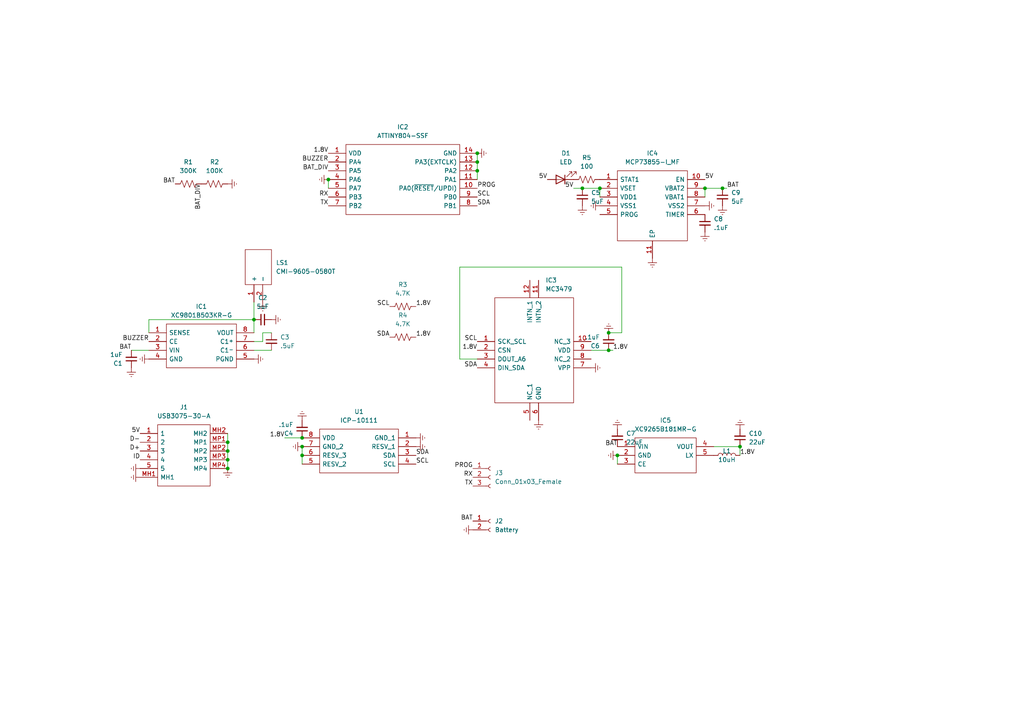
<source format=kicad_sch>
(kicad_sch (version 20211123) (generator eeschema)
  (paper "A4")
  (lib_symbols
    (symbol "Connector:Conn_01x02_Female" (pin_names (offset 1.016) hide)
      (property "Reference" "J" (at 0 2.54 0))
      (property "Value" "Conn_01x02_Female" (at 0 -5.08 0))
      (symbol "Conn_01x02_Female_1_1"
        (arc (start 0 -2.032) (mid -0.508 -2.54) (end 0 -3.048) (stroke (width 0.1524)))
        (polyline (pts (xy -1.27 -2.54) (xy -0.508 -2.54)) (stroke (width 0.1524)))
        (polyline (pts (xy -1.27 0) (xy -0.508 0)) (stroke (width 0.1524)))
        (arc (start 0 0.508) (mid -0.508 0) (end 0 -0.508) (stroke (width 0.1524)))
        (pin passive line (at -5.08 0 0) (length 3.81) (name "Pin_1") (number "1"))
        (pin passive line (at -5.08 -2.54 0) (length 3.81) (name "Pin_2") (number "2"))
      )
    )
    (symbol "Connector:Conn_01x03_Female" (pin_names (offset 1.016) hide)
      (property "Reference" "J" (at 0 5.08 0))
      (property "Value" "Conn_01x03_Female" (at 0 -5.08 0))
      (symbol "Conn_01x03_Female_1_1"
        (arc (start 0 -2.032) (mid -0.508 -2.54) (end 0 -3.048) (stroke (width 0.1524)))
        (polyline (pts (xy -1.27 -2.54) (xy -0.508 -2.54)) (stroke (width 0.1524)))
        (polyline (pts (xy -1.27 0) (xy -0.508 0)) (stroke (width 0.1524)))
        (polyline (pts (xy -1.27 2.54) (xy -0.508 2.54)) (stroke (width 0.1524)))
        (arc (start 0 0.508) (mid -0.508 0) (end 0 -0.508) (stroke (width 0.1524)))
        (arc (start 0 3.048) (mid -0.508 2.54) (end 0 2.032) (stroke (width 0.1524)))
        (pin passive line (at -5.08 2.54 0) (length 3.81) (name "Pin_1") (number "1"))
        (pin passive line (at -5.08 0 0) (length 3.81) (name "Pin_2") (number "2"))
        (pin passive line (at -5.08 -2.54 0) (length 3.81) (name "Pin_3") (number "3"))
      )
    )
    (symbol "Device:C_Small" (pin_numbers hide) (pin_names (offset 0.254) hide)
      (property "Reference" "C" (at 0.254 1.778 0))
      (property "Value" "C_Small" (at 0.254 -2.032 0))
      (symbol "C_Small_0_1"
        (polyline (pts (xy -1.524 -0.508) (xy 1.524 -0.508)) (stroke (width 0.3302)))
        (polyline (pts (xy -1.524 0.508) (xy 1.524 0.508)) (stroke (width 0.3048)))
      )
      (symbol "C_Small_1_1"
        (pin passive line (at 0 2.54 270) (length 2.032) (name "~") (number "1"))
        (pin passive line (at 0 -2.54 90) (length 2.032) (name "~") (number "2"))
      )
    )
    (symbol "Device:L" (pin_numbers hide) (pin_names (offset 1.016) hide)
      (property "Reference" "L" (at -1.27 0 90))
      (property "Value" "L" (at 1.905 0 90))
      (symbol "L_0_1"
        (arc (start 0 -2.54) (mid 0.635 -1.905) (end 0 -1.27))
        (arc (start 0 -1.27) (mid 0.635 -0.635) (end 0 0))
        (arc (start 0 0) (mid 0.635 0.635) (end 0 1.27))
        (arc (start 0 1.27) (mid 0.635 1.905) (end 0 2.54))
      )
      (symbol "L_1_1"
        (pin passive line (at 0 3.81 270) (length 1.27) (name "1") (number "1"))
        (pin passive line (at 0 -3.81 90) (length 1.27) (name "2") (number "2"))
      )
    )
    (symbol "Device:LED" (pin_numbers hide) (pin_names (offset 1.016) hide)
      (property "Reference" "D" (at 0 2.54 0))
      (property "Value" "LED" (at 0 -2.54 0))
      (symbol "LED_0_1"
        (polyline (pts (xy -1.27 -1.27) (xy -1.27 1.27)) (stroke (width 0.254)))
        (polyline (pts (xy -1.27 0) (xy 1.27 0)))
        (polyline (pts (xy 1.27 -1.27) (xy 1.27 1.27) (xy -1.27 0) (xy 1.27 -1.27)) (stroke (width 0.254)))
        (polyline (pts (xy -3.048 -0.762) (xy -4.572 -2.286) (xy -3.81 -2.286) (xy -4.572 -2.286) (xy -4.572 -1.524)))
        (polyline (pts (xy -1.778 -0.762) (xy -3.302 -2.286) (xy -2.54 -2.286) (xy -3.302 -2.286) (xy -3.302 -1.524)))
      )
      (symbol "LED_1_1"
        (pin passive line (at -3.81 0 0) (length 2.54) (name "K") (number "1"))
        (pin passive line (at 3.81 0 180) (length 2.54) (name "A") (number "2"))
      )
    )
    (symbol "Device:R_US" (pin_numbers hide) (pin_names (offset 0))
      (property "Reference" "R" (at 2.54 0 90))
      (property "Value" "R_US" (at -2.54 0 90))
      (symbol "R_US_0_1"
        (polyline (pts (xy 0 -2.286) (xy 0 -2.54)))
        (polyline (pts (xy 0 2.286) (xy 0 2.54)))
        (polyline (pts (xy 0 -0.762) (xy 1.016 -1.143) (xy 0 -1.524) (xy -1.016 -1.905) (xy 0 -2.286)))
        (polyline (pts (xy 0 0.762) (xy 1.016 0.381) (xy 0 0) (xy -1.016 -0.381) (xy 0 -0.762)))
        (polyline (pts (xy 0 2.286) (xy 1.016 1.905) (xy 0 1.524) (xy -1.016 1.143) (xy 0 0.762)))
      )
      (symbol "R_US_1_1"
        (pin passive line (at 0 3.81 270) (length 1.27) (name "~") (number "1"))
        (pin passive line (at 0 -3.81 90) (length 1.27) (name "~") (number "2"))
      )
    )
    (symbol "SamacSys_Parts:ATTINY804-SSF" (pin_names (offset 0.762))
      (property "Reference" "IC" (at 39.37 7.62 0))
      (property "Value" "ATTINY804-SSF" (at 39.37 5.08 0))
      (symbol "ATTINY804-SSF_0_0"
        (pin passive line (at 0 0 0) (length 5.08) (name "VDD") (number "1"))
        (pin passive line (at 43.18 -10.16 180) (length 5.08) (name "PA0(~{RESET}/UPDI)") (number "10"))
        (pin passive line (at 43.18 -7.62 180) (length 5.08) (name "PA1") (number "11"))
        (pin passive line (at 43.18 -5.08 180) (length 5.08) (name "PA2") (number "12"))
        (pin passive line (at 43.18 -2.54 180) (length 5.08) (name "PA3(EXTCLK)") (number "13"))
        (pin passive line (at 43.18 0 180) (length 5.08) (name "GND") (number "14"))
        (pin passive line (at 0 -2.54 0) (length 5.08) (name "PA4") (number "2"))
        (pin passive line (at 0 -5.08 0) (length 5.08) (name "PA5") (number "3"))
        (pin passive line (at 0 -7.62 0) (length 5.08) (name "PA6") (number "4"))
        (pin passive line (at 0 -10.16 0) (length 5.08) (name "PA7") (number "5"))
        (pin passive line (at 0 -12.7 0) (length 5.08) (name "PB3") (number "6"))
        (pin passive line (at 0 -15.24 0) (length 5.08) (name "PB2") (number "7"))
        (pin passive line (at 43.18 -15.24 180) (length 5.08) (name "PB1") (number "8"))
        (pin passive line (at 43.18 -12.7 180) (length 5.08) (name "PB0") (number "9"))
      )
      (symbol "ATTINY804-SSF_0_1"
        (polyline (pts (xy 5.08 2.54) (xy 38.1 2.54) (xy 38.1 -17.78) (xy 5.08 -17.78) (xy 5.08 2.54)) (stroke (width 0.1524)))
      )
    )
    (symbol "SamacSys_Parts:CMI-9605-0580T" (pin_names (offset 0.762))
      (property "Reference" "LS" (at 16.51 7.62 0))
      (property "Value" "CMI-9605-0580T" (at 16.51 5.08 0))
      (symbol "CMI-9605-0580T_0_0"
        (pin passive line (at 0 0 0) (length 5.08) (name "+") (number "1"))
        (pin passive line (at 0 -2.54 0) (length 5.08) (name "-") (number "2"))
      )
      (symbol "CMI-9605-0580T_0_1"
        (polyline (pts (xy 5.08 2.54) (xy 15.24 2.54) (xy 15.24 -5.08) (xy 5.08 -5.08) (xy 5.08 2.54)) (stroke (width 0.1524)))
      )
    )
    (symbol "SamacSys_Parts:ICP-10111" (pin_names (offset 0.762))
      (property "Reference" "U" (at 29.21 7.62 0))
      (property "Value" "ICP-10111" (at 29.21 5.08 0))
      (symbol "ICP-10111_0_0"
        (pin passive line (at 33.02 0 180) (length 5.08) (name "GND_1") (number "1"))
        (pin passive line (at 33.02 -2.54 180) (length 5.08) (name "RESV_1") (number "2"))
        (pin passive line (at 33.02 -5.08 180) (length 5.08) (name "SDA") (number "3"))
        (pin passive line (at 33.02 -7.62 180) (length 5.08) (name "SCL") (number "4"))
        (pin passive line (at 0 -7.62 0) (length 5.08) (name "RESV_2") (number "5"))
        (pin passive line (at 0 -5.08 0) (length 5.08) (name "RESV_3") (number "6"))
        (pin passive line (at 0 -2.54 0) (length 5.08) (name "GND_2") (number "7"))
        (pin passive line (at 0 0 0) (length 5.08) (name "VDD") (number "8"))
      )
      (symbol "ICP-10111_0_1"
        (polyline (pts (xy 5.08 2.54) (xy 27.94 2.54) (xy 27.94 -10.16) (xy 5.08 -10.16) (xy 5.08 2.54)) (stroke (width 0.1524)))
      )
    )
    (symbol "SamacSys_Parts:MC3479" (pin_names (offset 0.762))
      (property "Reference" "IC" (at 29.21 17.78 0))
      (property "Value" "MC3479" (at 29.21 15.24 0))
      (symbol "MC3479_0_0"
        (pin passive line (at 0 0 0) (length 5.08) (name "SCK_SCL") (number "1"))
        (pin passive line (at 33.02 0 180) (length 5.08) (name "NC_3") (number "10"))
        (pin passive line (at 17.78 17.78 270) (length 5.08) (name "INTN_2") (number "11"))
        (pin passive line (at 15.24 17.78 270) (length 5.08) (name "INTN_1") (number "12"))
        (pin passive line (at 0 -2.54 0) (length 5.08) (name "CSN") (number "2"))
        (pin passive line (at 0 -5.08 0) (length 5.08) (name "DOUT_A6") (number "3"))
        (pin passive line (at 0 -7.62 0) (length 5.08) (name "DIN_SDA") (number "4"))
        (pin passive line (at 15.24 -22.86 90) (length 5.08) (name "NC_1") (number "5"))
        (pin passive line (at 17.78 -22.86 90) (length 5.08) (name "GND") (number "6"))
        (pin passive line (at 33.02 -7.62 180) (length 5.08) (name "VPP") (number "7"))
        (pin passive line (at 33.02 -5.08 180) (length 5.08) (name "NC_2") (number "8"))
        (pin passive line (at 33.02 -2.54 180) (length 5.08) (name "VDD") (number "9"))
      )
      (symbol "MC3479_0_1"
        (polyline (pts (xy 5.08 12.7) (xy 27.94 12.7) (xy 27.94 -17.78) (xy 5.08 -17.78) (xy 5.08 12.7)) (stroke (width 0.1524)))
      )
    )
    (symbol "SamacSys_Parts:MCP73855-I_MF" (pin_names (offset 0.762))
      (property "Reference" "IC" (at 26.67 7.62 0))
      (property "Value" "MCP73855-I_MF" (at 26.67 5.08 0))
      (symbol "MCP73855-I_MF_0_0"
        (pin passive line (at 0 0 0) (length 5.08) (name "STAT1") (number "1"))
        (pin passive line (at 30.48 0 180) (length 5.08) (name "EN") (number "10"))
        (pin passive line (at 15.24 -22.86 90) (length 5.08) (name "EP") (number "11"))
        (pin passive line (at 0 -2.54 0) (length 5.08) (name "VSET") (number "2"))
        (pin passive line (at 0 -5.08 0) (length 5.08) (name "VDD1") (number "3"))
        (pin passive line (at 0 -7.62 0) (length 5.08) (name "VSS1") (number "4"))
        (pin passive line (at 0 -10.16 0) (length 5.08) (name "PROG") (number "5"))
        (pin passive line (at 30.48 -10.16 180) (length 5.08) (name "TIMER") (number "6"))
        (pin passive line (at 30.48 -7.62 180) (length 5.08) (name "VSS2") (number "7"))
        (pin passive line (at 30.48 -5.08 180) (length 5.08) (name "VBAT1") (number "8"))
        (pin passive line (at 30.48 -2.54 180) (length 5.08) (name "VBAT2") (number "9"))
      )
      (symbol "MCP73855-I_MF_0_1"
        (polyline (pts (xy 5.08 2.54) (xy 25.4 2.54) (xy 25.4 -17.78) (xy 5.08 -17.78) (xy 5.08 2.54)) (stroke (width 0.1524)))
      )
    )
    (symbol "SamacSys_Parts:USB3075-30-A" (pin_names (offset 0.762))
      (property "Reference" "J" (at 21.59 7.62 0))
      (property "Value" "USB3075-30-A" (at 21.59 5.08 0))
      (symbol "USB3075-30-A_0_0"
        (pin passive line (at 0 0 0) (length 5.08) (name "1") (number "1"))
        (pin passive line (at 0 -2.54 0) (length 5.08) (name "2") (number "2"))
        (pin passive line (at 0 -5.08 0) (length 5.08) (name "3") (number "3"))
        (pin passive line (at 0 -7.62 0) (length 5.08) (name "4") (number "4"))
        (pin passive line (at 0 -10.16 0) (length 5.08) (name "5") (number "5"))
        (pin passive line (at 0 -12.7 0) (length 5.08) (name "MH1") (number "MH1"))
        (pin passive line (at 25.4 0 180) (length 5.08) (name "MH2") (number "MH2"))
        (pin passive line (at 25.4 -2.54 180) (length 5.08) (name "MP1") (number "MP1"))
        (pin passive line (at 25.4 -5.08 180) (length 5.08) (name "MP2") (number "MP2"))
        (pin passive line (at 25.4 -7.62 180) (length 5.08) (name "MP3") (number "MP3"))
        (pin passive line (at 25.4 -10.16 180) (length 5.08) (name "MP4") (number "MP4"))
      )
      (symbol "USB3075-30-A_0_1"
        (polyline (pts (xy 5.08 2.54) (xy 20.32 2.54) (xy 20.32 -15.24) (xy 5.08 -15.24) (xy 5.08 2.54)) (stroke (width 0.1524)))
      )
    )
    (symbol "SamacSys_Parts:XC9265B181MR-G" (pin_names (offset 0.762))
      (property "Reference" "IC" (at 24.13 7.62 0))
      (property "Value" "XC9265B181MR-G" (at 24.13 5.08 0))
      (symbol "XC9265B181MR-G_0_0"
        (pin passive line (at 0 0 0) (length 5.08) (name "VIN") (number "1"))
        (pin passive line (at 0 -2.54 0) (length 5.08) (name "GND") (number "2"))
        (pin passive line (at 0 -5.08 0) (length 5.08) (name "CE") (number "3"))
        (pin passive line (at 27.94 0 180) (length 5.08) (name "VOUT") (number "4"))
        (pin passive line (at 27.94 -2.54 180) (length 5.08) (name "LX") (number "5"))
      )
      (symbol "XC9265B181MR-G_0_1"
        (polyline (pts (xy 5.08 2.54) (xy 22.86 2.54) (xy 22.86 -7.62) (xy 5.08 -7.62) (xy 5.08 2.54)) (stroke (width 0.1524)))
      )
    )
    (symbol "SamacSys_Parts:XC9801B503KR-G" (pin_names (offset 0.762))
      (property "Reference" "IC" (at 26.67 7.62 0))
      (property "Value" "XC9801B503KR-G" (at 26.67 5.08 0))
      (symbol "XC9801B503KR-G_0_0"
        (pin passive line (at 0 0 0) (length 5.08) (name "SENSE") (number "1"))
        (pin passive line (at 0 -2.54 0) (length 5.08) (name "CE") (number "2"))
        (pin passive line (at 0 -5.08 0) (length 5.08) (name "VIN") (number "3"))
        (pin passive line (at 0 -7.62 0) (length 5.08) (name "GND") (number "4"))
        (pin passive line (at 30.48 -7.62 180) (length 5.08) (name "PGND") (number "5"))
        (pin passive line (at 30.48 -5.08 180) (length 5.08) (name "C1－") (number "6"))
        (pin passive line (at 30.48 -2.54 180) (length 5.08) (name "C1＋") (number "7"))
        (pin passive line (at 30.48 0 180) (length 5.08) (name "VOUT") (number "8"))
      )
      (symbol "XC9801B503KR-G_0_1"
        (polyline (pts (xy 5.08 2.54) (xy 25.4 2.54) (xy 25.4 -10.16) (xy 5.08 -10.16) (xy 5.08 2.54)) (stroke (width 0.1524)))
      )
    )
    (symbol "power:Earth" (power) (pin_names (offset 0))
      (symbol "Earth_0_1"
        (polyline (pts (xy -0.635 -1.905) (xy 0.635 -1.905)))
        (polyline (pts (xy -0.127 -2.54) (xy 0.127 -2.54)))
        (polyline (pts (xy 0 -1.27) (xy 0 0)))
        (polyline (pts (xy 1.27 -1.27) (xy -1.27 -1.27)))
      )
      (symbol "Earth_1_1"
        (pin power_in line (at 0 0 270) (length 0) hide (name "Earth") (number "1"))
      )
    )
  )
  (junction (at 87.63 127))
  (junction (at 66.04 128.27))
  (junction (at 204.47 54.61))
  (junction (at 173.99 54.61))
  (junction (at 95.25 52.07))
  (junction (at 73.66 92.71))
  (junction (at 176.53 96.52))
  (junction (at 176.53 101.6))
  (junction (at 138.43 46.99))
  (junction (at 179.07 132.08))
  (junction (at 138.43 44.45))
  (junction (at 87.63 132.08))
  (junction (at 66.04 130.81))
  (junction (at 66.04 135.89))
  (junction (at 214.63 129.54))
  (junction (at 209.55 54.61))
  (junction (at 87.63 129.54))
  (junction (at 138.43 49.53))
  (junction (at 66.04 133.35))
  (junction (at 168.91 54.61))
  (wire (pts (xy 204.47 54.61) (xy 204.47 57.15)))
  (wire (pts (xy 38.1 101.6) (xy 43.18 101.6)))
  (wire (pts (xy 133.35 104.14) (xy 133.35 77.47)))
  (wire (pts (xy 138.43 46.99) (xy 138.43 49.53)))
  (wire (pts (xy 95.25 52.07) (xy 95.25 54.61)))
  (wire (pts (xy 133.35 77.47) (xy 180.34 77.47)))
  (wire (pts (xy 76.2 96.52) (xy 78.74 96.52)))
  (wire (pts (xy 214.63 129.54) (xy 214.63 132.08)))
  (wire (pts (xy 138.43 104.14) (xy 133.35 104.14)))
  (wire (pts (xy 207.01 129.54) (xy 214.63 129.54)))
  (wire (pts (xy 82.55 127) (xy 87.63 127)))
  (wire (pts (xy 138.43 49.53) (xy 138.43 52.07)))
  (wire (pts (xy 73.66 99.06) (xy 76.2 99.06)))
  (wire (pts (xy 179.07 132.08) (xy 179.07 134.62)))
  (wire (pts (xy 66.04 130.81) (xy 66.04 133.35)))
  (wire (pts (xy 168.91 54.61) (xy 173.99 54.61)))
  (wire (pts (xy 43.18 92.71) (xy 43.18 96.52)))
  (wire (pts (xy 73.66 92.71) (xy 73.66 96.52)))
  (wire (pts (xy 180.34 96.52) (xy 176.53 96.52)))
  (wire (pts (xy 73.66 87.63) (xy 73.66 92.71)))
  (wire (pts (xy 43.18 92.71) (xy 73.66 92.71)))
  (wire (pts (xy 73.66 101.6) (xy 78.74 101.6)))
  (wire (pts (xy 87.63 132.08) (xy 87.63 134.62)))
  (wire (pts (xy 173.99 54.61) (xy 173.99 57.15)))
  (wire (pts (xy 76.2 99.06) (xy 76.2 96.52)))
  (wire (pts (xy 66.04 125.73) (xy 66.04 128.27)))
  (wire (pts (xy 66.04 128.27) (xy 66.04 130.81)))
  (wire (pts (xy 66.04 133.35) (xy 66.04 135.89)))
  (wire (pts (xy 176.53 101.6) (xy 171.45 101.6)))
  (wire (pts (xy 209.55 54.61) (xy 204.47 54.61)))
  (wire (pts (xy 210.82 54.61) (xy 209.55 54.61)))
  (wire (pts (xy 138.43 44.45) (xy 138.43 46.99)))
  (wire (pts (xy 166.37 54.61) (xy 168.91 54.61)))
  (wire (pts (xy 177.8 101.6) (xy 176.53 101.6)))
  (wire (pts (xy 87.63 129.54) (xy 87.63 132.08)))
  (wire (pts (xy 180.34 77.47) (xy 180.34 96.52)))
  (label "TX" (at 137.16 140.97 180))
  (label "SDA" (at 138.43 59.69 0))
  (label "1.8V" (at 214.63 132.08 0))
  (label "PROG" (at 138.43 54.61 0))
  (label "SDA" (at 113.03 97.79 180))
  (label "5V" (at 40.64 125.73 180))
  (label "BAT_DIV" (at 58.42 53.34 270))
  (label "5V" (at 204.47 52.07 0))
  (label "BUZZER" (at 43.18 99.06 180))
  (label "BAT" (at 179.07 129.54 180))
  (label "1.8V" (at 120.65 88.9 0))
  (label "RX" (at 95.25 57.15 180))
  (label "SCL" (at 120.65 134.62 0))
  (label "BAT" (at 38.1 101.6 180))
  (label "D+" (at 40.64 130.81 180))
  (label "BAT" (at 137.16 151.13 180))
  (label "5V" (at 166.37 54.61 180))
  (label "SDA" (at 138.43 106.68 180))
  (label "BAT" (at 210.82 54.61 0))
  (label "TX" (at 95.25 59.69 180))
  (label "1.8V" (at 138.43 101.6 180))
  (label "BAT_DIV" (at 95.25 49.53 180))
  (label "SCL" (at 138.43 99.06 180))
  (label "SCL" (at 138.43 57.15 0))
  (label "BUZZER" (at 95.25 46.99 180))
  (label "5V" (at 158.75 52.07 180))
  (label "D-" (at 40.64 128.27 180))
  (label "1.8V" (at 95.25 44.45 180))
  (label "1.8V" (at 82.55 127 180))
  (label "RX" (at 137.16 138.43 180))
  (label "PROG" (at 137.16 135.89 180))
  (label "SCL" (at 113.03 88.9 180))
  (label "SDA" (at 120.65 132.08 0))
  (label "1.8V" (at 120.65 97.79 0))
  (label "ID" (at 40.64 133.35 180))
  (label "1.8V" (at 177.8 101.6 0))
  (label "BAT" (at 50.8 53.34 180))
  (symbol (lib_id "SamacSys_Parts:XC9801B503KR-G") (at 43.18 96.52 0) (unit 1)
    (property "Reference" "IC1" (at 58.42 88.9 0))
    (property "Value" "XC9801B503KR-G" (at 58.42 91.44 0))
    (property "Footprint" "SamacSys_Parts:SOP65P490X122-8N" (effects hide))
    (property "Datasheet" "https://componentsearchengine.com/Datasheets/1/XC9801B503KR-G.pdf" (effects hide))
    (property "Description" "Switching Voltage Regulators Step-Up Charge Pump with regulated output" (effects hide))
    (property "Height" "1.22" (effects hide))
    (property "Mouser Part Number" "865-XC9801B503KR-G" (effects hide))
    (property "Mouser Price/Stock" "https://www.mouser.com/Search/Refine.aspx?Keyword=865-XC9801B503KR-G" (effects hide))
    (property "Manufacturer_Name" "Torex" (effects hide))
    (property "Manufacturer_Part_Number" "XC9801B503KR-G" (effects hide))
  )
  (symbol (lib_id "Connector:Conn_01x02_Female") (at 142.24 151.13 0) (unit 1)
    (property "Reference" "J2" (at 143.51 151.1299 0) (effects (justify left)))
    (property "Value" "Battery" (at 143.51 153.6699 0) (effects (justify left)))
    (property "Footprint" "Connector_PinHeader_2.00mm:PinHeader_1x02_P2.00mm_Vertical" (effects hide))
  )
  (symbol (lib_id "power:Earth") (at 138.43 44.45 90) (unit 1)
    (property "Reference" "#PWR0123" (effects hide))
    (property "Value" "Earth" (effects hide))
  )
  (symbol (lib_id "power:Earth") (at 38.1 106.68 0) (unit 1)
    (property "Reference" "#PWR0112" (effects hide))
    (property "Value" "Earth" (effects hide))
  )
  (symbol (lib_id "power:Earth") (at 43.18 104.14 270) (unit 1)
    (property "Reference" "#PWR0114" (effects hide))
    (property "Value" "Earth" (effects hide))
  )
  (symbol (lib_id "Device:L") (at 210.82 132.08 90) (unit 1)
    (property "Reference" "L1" (at 210.82 130.81 90))
    (property "Value" "10uH" (at 210.82 133.35 90))
    (property "Footprint" "Inductor_SMD:L_1206_3216Metric_Pad1.22x1.90mm_HandSolder" (effects hide))
  )
  (symbol (lib_id "power:Earth") (at 66.04 135.89 0) (unit 1)
    (property "Reference" "#PWR0113" (effects hide))
    (property "Value" "Earth" (effects hide))
  )
  (symbol (lib_id "Device:C_Small") (at 38.1 104.14 180) (unit 1)
    (property "Reference" "C1" (at 35.56 105.4038 0) (effects (justify left)))
    (property "Value" "1uF" (at 35.56 102.8638 0) (effects (justify left)))
    (property "Footprint" "Capacitor_SMD:C_0805_2012Metric_Pad1.18x1.45mm_HandSolder" (effects hide))
  )
  (symbol (lib_id "SamacSys_Parts:USB3075-30-A") (at 40.64 125.73 0) (unit 1)
    (property "Reference" "J1" (at 53.34 118.11 0))
    (property "Value" "USB3075-30-A" (at 53.34 120.65 0))
    (property "Footprint" "SamacSys_Parts:USB307530A" (effects hide))
    (property "Datasheet" "https://componentsearchengine.com/Datasheets/2/USB3075-30-A.pdf" (effects hide))
    (property "Description" "GCT (GLOBAL CONNECTOR TECHNOLOGY) - USB3075-30-A - USB Connector, Micro USB Type B, USB 2.0, Receptacle, 5 Ways, Surface Mount, Right Angle" (effects hide))
    (property "Height" "2.7" (effects hide))
    (property "Mouser Part Number" "640-USB3075-30-A" (effects hide))
    (property "Mouser Price/Stock" "https://www.mouser.co.uk/ProductDetail/GCT/USB3075-30-A?qs=KUoIvG%2F9IlbGMJplbp1ybA%3D%3D" (effects hide))
    (property "Manufacturer_Name" "GCT (GLOBAL CONNECTOR TECHNOLOGY)" (effects hide))
    (property "Manufacturer_Part_Number" "USB3075-30-A" (effects hide))
  )
  (symbol (lib_id "Device:C_Small") (at 204.47 64.77 0) (unit 1)
    (property "Reference" "C8" (at 207.01 63.5062 0) (effects (justify left)))
    (property "Value" ".1uF" (at 207.01 66.0462 0) (effects (justify left)))
    (property "Footprint" "Capacitor_SMD:C_0805_2012Metric_Pad1.18x1.45mm_HandSolder" (effects hide))
  )
  (symbol (lib_id "Device:C_Small") (at 87.63 124.46 180) (unit 1)
    (property "Reference" "C4" (at 85.09 125.7238 0) (effects (justify left)))
    (property "Value" ".1uF" (at 85.09 123.1838 0) (effects (justify left)))
    (property "Footprint" "Capacitor_SMD:C_0805_2012Metric_Pad1.18x1.45mm_HandSolder" (effects hide))
  )
  (symbol (lib_id "power:Earth") (at 87.63 121.92 180) (unit 1)
    (property "Reference" "#PWR0122" (effects hide))
    (property "Value" "Earth" (effects hide))
  )
  (symbol (lib_id "SamacSys_Parts:ATTINY804-SSF") (at 95.25 44.45 0) (unit 1)
    (property "Reference" "IC2" (at 116.84 36.83 0))
    (property "Value" "ATTINY804-SSF" (at 116.84 39.37 0))
    (property "Footprint" "SamacSys_Parts:SOIC127P600X175-14N" (effects hide))
    (property "Datasheet" "http://www.microchip.com/mymicrochip/filehandler.aspx?ddocname=en605955" (effects hide))
    (property "Description" "8-bit Microcontrollers - MCU 20MHz, 8KB, SOIC14, Ind 125C, Green, Tube" (effects hide))
    (property "Height" "1.75" (effects hide))
    (property "Mouser Part Number" "556-ATTINY804-SSF" (effects hide))
    (property "Mouser Price/Stock" "https://www.mouser.co.uk/ProductDetail/Microchip-Technology-Atmel/ATTINY804-SSF?qs=T3oQrply3y8WGnOyNK%2F5Ug%3D%3D" (effects hide))
    (property "Manufacturer_Name" "Microchip" (effects hide))
    (property "Manufacturer_Part_Number" "ATTINY804-SSF" (effects hide))
  )
  (symbol (lib_id "Device:C_Small") (at 168.91 57.15 0) (unit 1)
    (property "Reference" "C5" (at 171.45 55.8862 0) (effects (justify left)))
    (property "Value" "5uF" (at 171.45 58.4262 0) (effects (justify left)))
    (property "Footprint" "Capacitor_SMD:C_0805_2012Metric_Pad1.18x1.45mm_HandSolder" (effects hide))
  )
  (symbol (lib_id "power:Earth") (at 173.99 59.69 270) (unit 1)
    (property "Reference" "#PWR0101" (effects hide))
    (property "Value" "Earth" (effects hide))
  )
  (symbol (lib_id "Device:LED") (at 162.56 52.07 180) (unit 1)
    (property "Reference" "D1" (at 164.1475 44.45 0))
    (property "Value" "LED" (at 164.1475 46.99 0))
    (property "Footprint" "LED_SMD:LED_0805_2012Metric_Pad1.15x1.40mm_HandSolder" (effects hide))
  )
  (symbol (lib_id "power:Earth") (at 209.55 59.69 0) (unit 1)
    (property "Reference" "#PWR0106" (effects hide))
    (property "Value" "Earth" (effects hide))
  )
  (symbol (lib_id "power:Earth") (at 214.63 124.46 180) (unit 1)
    (property "Reference" "#PWR0107" (effects hide))
    (property "Value" "Earth" (effects hide))
  )
  (symbol (lib_id "power:Earth") (at 76.2 87.63 0) (unit 1)
    (property "Reference" "#PWR0120" (effects hide))
    (property "Value" "Earth" (effects hide))
  )
  (symbol (lib_id "Device:R_US") (at 62.23 53.34 90) (unit 1)
    (property "Reference" "R2" (at 62.23 46.99 90))
    (property "Value" "100K" (at 62.23 49.53 90))
    (property "Footprint" "Resistor_SMD:R_0805_2012Metric_Pad1.20x1.40mm_HandSolder" (effects hide))
  )
  (symbol (lib_id "Device:C_Small") (at 76.2 92.71 90) (unit 1)
    (property "Reference" "C2" (at 76.2063 86.36 90))
    (property "Value" "5uF" (at 76.2063 88.9 90))
    (property "Footprint" "Capacitor_SMD:C_0805_2012Metric_Pad1.18x1.45mm_HandSolder" (effects hide))
  )
  (symbol (lib_id "power:Earth") (at 40.64 138.43 270) (unit 1)
    (property "Reference" "#PWR0110" (effects hide))
    (property "Value" "Earth" (effects hide))
  )
  (symbol (lib_id "power:Earth") (at 171.45 106.68 90) (unit 1)
    (property "Reference" "#PWR0126" (effects hide))
    (property "Value" "Earth" (effects hide))
  )
  (symbol (lib_id "Device:R_US") (at 170.18 52.07 90) (unit 1)
    (property "Reference" "R5" (at 170.18 45.72 90))
    (property "Value" "100" (at 170.18 48.26 90))
    (property "Footprint" "Resistor_SMD:R_0805_2012Metric_Pad1.20x1.40mm_HandSolder" (effects hide))
  )
  (symbol (lib_id "SamacSys_Parts:ICP-10111") (at 87.63 127 0) (unit 1)
    (property "Reference" "U1" (at 104.14 119.38 0))
    (property "Value" "ICP-10111" (at 104.14 121.92 0))
    (property "Footprint" "SamacSys_Parts:ICP10111" (effects hide))
    (property "Datasheet" "https://product.tdk.com/system/files/dam/doc/product/sensor/pressure/capacitive-pressure/data_sheet/ds-000186-icp-101xx.pdf" (effects hide))
    (property "Description" "Board Mount Pressure Sensors High Accuracy, Low Power, Barometric Pressure and Temperature Sensor IC" (effects hide))
    (property "Height" "1" (effects hide))
    (property "Mouser Part Number" "410-ICP-10111" (effects hide))
    (property "Mouser Price/Stock" "https://www.mouser.co.uk/ProductDetail/TDK-InvenSense/ICP-10111?qs=%252BEew9%252B0nqrBWGDChI3rokg%3D%3D" (effects hide))
    (property "Manufacturer_Name" "TDK" (effects hide))
    (property "Manufacturer_Part_Number" "ICP-10111" (effects hide))
  )
  (symbol (lib_id "power:Earth") (at 189.23 74.93 0) (unit 1)
    (property "Reference" "#PWR0105" (effects hide))
    (property "Value" "Earth" (effects hide))
  )
  (symbol (lib_id "power:Earth") (at 120.65 127 90) (unit 1)
    (property "Reference" "#PWR0119" (effects hide))
    (property "Value" "Earth" (effects hide))
  )
  (symbol (lib_id "SamacSys_Parts:XC9265B181MR-G") (at 179.07 129.54 0) (unit 1)
    (property "Reference" "IC5" (at 193.04 121.92 0))
    (property "Value" "XC9265B181MR-G" (at 193.04 124.46 0))
    (property "Footprint" "SamacSys_Parts:SOT95P280X130-5N" (effects hide))
    (property "Description" "Switching Voltage Regulators Ultra Low Power PFM DCDC Converter" (effects hide))
    (property "Height" "1.3" (effects hide))
    (property "Mouser Part Number" "865-XC9265B181MR-G" (effects hide))
    (property "Mouser Price/Stock" "https://www.mouser.co.uk/ProductDetail/Torex-Semiconductor/XC9265B181MR-G?qs=AsjdqWjXhJ9DJwiJeTgP8Q%3D%3D" (effects hide))
    (property "Manufacturer_Name" "Torex" (effects hide))
    (property "Manufacturer_Part_Number" "XC9265B181MR-G" (effects hide))
  )
  (symbol (lib_id "power:Earth") (at 95.25 52.07 270) (unit 1)
    (property "Reference" "#PWR?" (effects hide))
    (property "Value" "Earth" (effects hide))
  )
  (symbol (lib_id "power:Earth") (at 204.47 67.31 0) (unit 1)
    (property "Reference" "#PWR0104" (effects hide))
    (property "Value" "Earth" (effects hide))
  )
  (symbol (lib_id "Device:C_Small") (at 214.63 127 180) (unit 1)
    (property "Reference" "C10" (at 217.17 125.7235 0) (effects (justify right)))
    (property "Value" "22uF" (at 217.17 128.2635 0) (effects (justify right)))
    (property "Footprint" "Capacitor_SMD:C_1206_3216Metric_Pad1.33x1.80mm_HandSolder" (effects hide))
  )
  (symbol (lib_id "power:Earth") (at 176.53 96.52 180) (unit 1)
    (property "Reference" "#PWR0124" (effects hide))
    (property "Value" "Earth" (effects hide))
  )
  (symbol (lib_id "power:Earth") (at 179.07 132.08 270) (unit 1)
    (property "Reference" "#PWR0108" (effects hide))
    (property "Value" "Earth" (effects hide))
  )
  (symbol (lib_id "Device:R_US") (at 116.84 97.79 90) (unit 1)
    (property "Reference" "R4" (at 116.84 91.44 90))
    (property "Value" "4.7K" (at 116.84 93.98 90))
    (property "Footprint" "Resistor_SMD:R_0805_2012Metric_Pad1.20x1.40mm_HandSolder" (effects hide))
  )
  (symbol (lib_id "Device:C_Small") (at 176.53 99.06 180) (unit 1)
    (property "Reference" "C6" (at 173.99 100.3238 0) (effects (justify left)))
    (property "Value" ".1uF" (at 173.99 97.7838 0) (effects (justify left)))
    (property "Footprint" "Capacitor_SMD:C_0805_2012Metric_Pad1.18x1.45mm_HandSolder" (effects hide))
  )
  (symbol (lib_id "power:Earth") (at 179.07 124.46 180) (unit 1)
    (property "Reference" "#PWR0109" (effects hide))
    (property "Value" "Earth" (effects hide))
  )
  (symbol (lib_id "power:Earth") (at 120.65 129.54 90) (unit 1)
    (property "Reference" "#PWR0118" (effects hide))
    (property "Value" "Earth" (effects hide))
  )
  (symbol (lib_id "power:Earth") (at 87.63 129.54 270) (unit 1)
    (property "Reference" "#PWR0117" (effects hide))
    (property "Value" "Earth" (effects hide))
  )
  (symbol (lib_id "SamacSys_Parts:MC3479") (at 138.43 99.06 0) (unit 1)
    (property "Reference" "IC3" (at 158.2294 81.28 0) (effects (justify left)))
    (property "Value" "MC3479" (at 158.2294 83.82 0) (effects (justify left)))
    (property "Footprint" "SamacSys_Parts:MC3479" (effects hide))
    (property "Datasheet" "http://www.memsic.com/uploadfiles/2020/08/20200827164636363.pdf" (effects hide))
    (property "Description" "Accelerometers Small Digital 3-axis Accelerometer Sensor" (effects hide))
    (property "Height" "1" (effects hide))
    (property "Mouser Part Number" "498-MC3479" (effects hide))
    (property "Mouser Price/Stock" "https://www.mouser.co.uk/ProductDetail/MEMSIC/MC3479?qs=OlC7AqGiEDmYmlaMvA9fTA%3D%3D" (effects hide))
    (property "Manufacturer_Name" "MEMSIC" (effects hide))
    (property "Manufacturer_Part_Number" "MC3479" (effects hide))
  )
  (symbol (lib_id "Connector:Conn_01x03_Female") (at 142.24 138.43 0) (unit 1)
    (property "Reference" "J3" (at 143.51 137.1599 0) (effects (justify left)))
    (property "Value" "Conn_01x03_Female" (at 143.51 139.6999 0) (effects (justify left)))
    (property "Footprint" "Connector_PinHeader_2.00mm:PinHeader_1x03_P2.00mm_Vertical" (effects hide))
  )
  (symbol (lib_id "power:Earth") (at 40.64 135.89 270) (unit 1)
    (property "Reference" "#PWR0111" (effects hide))
    (property "Value" "Earth" (effects hide))
  )
  (symbol (lib_id "power:Earth") (at 137.16 153.67 270) (unit 1)
    (property "Reference" "#PWR01" (effects hide))
    (property "Value" "Earth" (effects hide))
  )
  (symbol (lib_id "Device:R_US") (at 116.84 88.9 90) (unit 1)
    (property "Reference" "R3" (at 116.84 82.55 90))
    (property "Value" "4.7K" (at 116.84 85.09 90))
    (property "Footprint" "Resistor_SMD:R_0805_2012Metric_Pad1.20x1.40mm_HandSolder" (effects hide))
  )
  (symbol (lib_id "Device:C_Small") (at 179.07 127 180) (unit 1)
    (property "Reference" "C7" (at 181.61 125.7235 0) (effects (justify right)))
    (property "Value" "22uF" (at 181.61 128.2635 0) (effects (justify right)))
    (property "Footprint" "Capacitor_SMD:C_1206_3216Metric_Pad1.33x1.80mm_HandSolder" (effects hide))
  )
  (symbol (lib_id "power:Earth") (at 168.91 59.69 0) (unit 1)
    (property "Reference" "#PWR0102" (effects hide))
    (property "Value" "Earth" (effects hide))
  )
  (symbol (lib_id "SamacSys_Parts:CMI-9605-0580T") (at 73.66 87.63 90) (unit 1)
    (property "Reference" "LS1" (at 80.01 76.1999 90) (effects (justify right)))
    (property "Value" "CMI-9605-0580T" (at 80.01 78.7399 90) (effects (justify right)))
    (property "Footprint" "SamacSys_Parts:CMI96050580T" (effects hide))
    (property "Datasheet" "https://componentsearchengine.com/Datasheets/1/CMI-9605-0580T.pdf" (effects hide))
    (property "Description" "Piezo Buzzers & Audio Indicators buzzer, 9.6 mm x 5 mm deep, M, 5 VDC, 80 dB, Through Hole, Audio Indicator" (effects hide))
    (property "Height" "5" (effects hide))
    (property "Mouser Part Number" "490-CMI-9605-0580T" (effects hide))
    (property "Mouser Price/Stock" "https://www.mouser.co.uk/ProductDetail/CUI-Devices/CMI-9605-0580T?qs=P1JMDcb91o49u9Yh70m6sw%3D%3D" (effects hide))
    (property "Manufacturer_Name" "CUI Inc." (effects hide))
    (property "Manufacturer_Part_Number" "CMI-9605-0580T" (effects hide))
  )
  (symbol (lib_id "power:Earth") (at 78.74 92.71 90) (unit 1)
    (property "Reference" "#PWR0121" (effects hide))
    (property "Value" "Earth" (effects hide))
  )
  (symbol (lib_id "power:Earth") (at 66.04 53.34 90) (unit 1)
    (property "Reference" "#PWR0115" (effects hide))
    (property "Value" "Earth" (effects hide))
  )
  (symbol (lib_id "SamacSys_Parts:MCP73855-I_MF") (at 173.99 52.07 0) (unit 1)
    (property "Reference" "IC4" (at 189.23 44.45 0))
    (property "Value" "MCP73855-I_MF" (at 189.23 46.99 0))
    (property "Footprint" "SamacSys_Parts:SON50P300X300X100-11N-D" (effects hide))
    (property "Datasheet" "https://componentsearchengine.com/Datasheets/1/MCP73855-I_MF.pdf" (effects hide))
    (property "Description" "Li-Ion Charge Controller USB Temp. DFN10" (effects hide))
    (property "Height" "1" (effects hide))
    (property "Mouser Part Number" "579-MCP73855-I/MF" (effects hide))
    (property "Mouser Price/Stock" "https://www.mouser.com/Search/Refine.aspx?Keyword=579-MCP73855-I%2FMF" (effects hide))
    (property "Manufacturer_Name" "Microchip" (effects hide))
    (property "Manufacturer_Part_Number" "MCP73855-I/MF" (effects hide))
  )
  (symbol (lib_id "Device:C_Small") (at 209.55 57.15 0) (unit 1)
    (property "Reference" "C9" (at 212.09 55.8862 0) (effects (justify left)))
    (property "Value" "5uF" (at 212.09 58.4262 0) (effects (justify left)))
    (property "Footprint" "Capacitor_SMD:C_0805_2012Metric_Pad1.18x1.45mm_HandSolder" (effects hide))
  )
  (symbol (lib_id "power:Earth") (at 204.47 59.69 90) (unit 1)
    (property "Reference" "#PWR0103" (effects hide))
    (property "Value" "Earth" (effects hide))
  )
  (symbol (lib_id "power:Earth") (at 156.21 121.92 0) (unit 1)
    (property "Reference" "#PWR0125" (effects hide))
    (property "Value" "Earth" (effects hide))
  )
  (symbol (lib_id "Device:R_US") (at 54.61 53.34 90) (unit 1)
    (property "Reference" "R1" (at 54.61 46.99 90))
    (property "Value" "300K" (at 54.61 49.53 90))
    (property "Footprint" "Resistor_SMD:R_0805_2012Metric_Pad1.20x1.40mm_HandSolder" (effects hide))
  )
  (symbol (lib_id "Device:C_Small") (at 78.74 99.06 0) (unit 1)
    (property "Reference" "C3" (at 81.28 97.7962 0) (effects (justify left)))
    (property "Value" ".5uF" (at 81.28 100.3362 0) (effects (justify left)))
    (property "Footprint" "Capacitor_SMD:C_0805_2012Metric_Pad1.18x1.45mm_HandSolder" (effects hide))
  )
  (symbol (lib_id "power:Earth") (at 73.66 104.14 90) (unit 1)
    (property "Reference" "#PWR0116" (effects hide))
    (property "Value" "Earth" (effects hide))
  )
)
</source>
